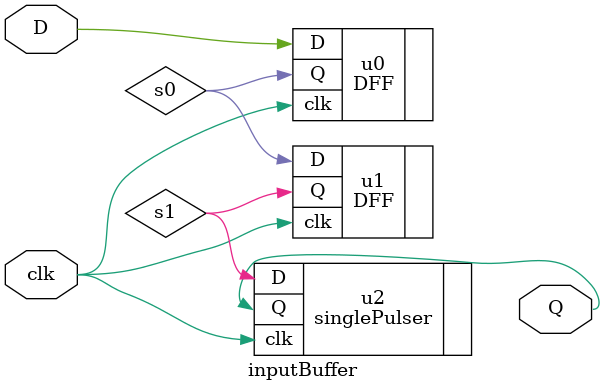
<source format=v>
`timescale 1ns / 1ps


module inputBuffer(
    input clk,
    input D,
    output wire Q
);

wire s0, s1;

DFF u0(.clk(clk), .D(D), .Q(s0));
DFF u1(.clk(clk), .D(s0), .Q(s1));
singlePulser u2(.clk(clk), .D(s1), .Q(Q));

endmodule

</source>
